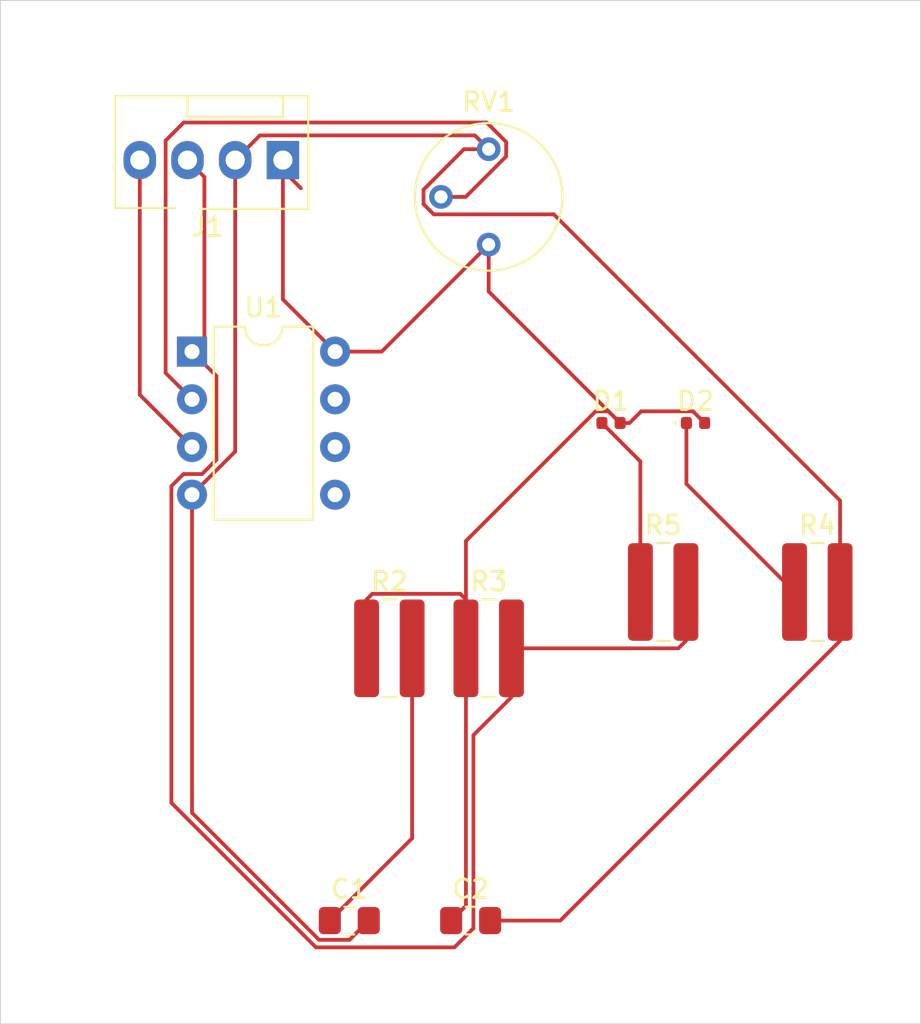
<source format=kicad_pcb>
(kicad_pcb (version 20240108) (generator "pcbnew") (generator_version "8.0")
  (layers (0 "F.Cu" signal) (31 "B.Cu" signal) (34 "B.Paste" user) (35 "F.Paste" user) (36 "B.SilkS" user "B.Silkscreen") (37 "F.SilkS" user "F.Silkscreen") (38 "B.Mask" user) (39 "F.Mask" user) (44 "Edge.Cuts" user))
  (net 0 "")
  (net 1 "Net-(C1-Pad1)")
  (net 2 "GND")
  (net 3 "VCC")
  (net 4 "Net-(D1-K)")
  (net 5 "Net-(D2-K)")
  (net 6 "Net-(J1-Pin_3)")
  (net 7 "Net-(J1-Pin_4)")
  (net 8 "Net-(U1A--)")
  (footprint "Capacitor_SMD:C_0805_2012Metric_Pad1.18x1.45mm_HandSolder" (layer "F.Cu") (at 159.5375 136.5)
    (property "Reference" "C2" (at 0 -1.68 0) (layer "F.SilkS"))
    (property "Value" "1 uF")
    (fp_line (start -0.261252 -0.735) (end 0.261252 -0.735) (stroke (width 0.12)) (layer "F.SilkS"))
    (fp_line (start -0.261252 0.735) (end 0.261252 0.735) (stroke (width 0.12)) (layer "F.SilkS"))
    (pad "1" smd roundrect (at -1.0375 0) (size 1.175 1.45) (layers "F.Cu" "F.Paste" "F.Mask") (roundrect_rratio 0.212766) (net 3 "VCC"))
    (pad "2" smd roundrect (at 1.0375 0) (size 1.175 1.45) (layers "F.Cu" "F.Paste" "F.Mask") (roundrect_rratio 0.212766) (net 2 "GND"))
  )
  (footprint "Resistor_SMD:R_1020_2550Metric_Pad1.33x5.20mm_HandSolder" (layer "F.Cu") (at 178 119)
    (property "Reference" "R4" (at 0 -3.55 0) (layer "F.SilkS"))
    (property "Value" "1")
    (fp_line (start -0.361252 -2.61) (end 0.361252 -2.61) (stroke (width 0.12)) (layer "F.SilkS"))
    (fp_line (start -0.361252 2.61) (end 0.361252 2.61) (stroke (width 0.12)) (layer "F.SilkS"))
    (pad "1" smd roundrect (at -1.2125 0) (size 1.325 5.2) (layers "F.Cu" "F.Paste" "F.Mask") (roundrect_rratio 0.188679) (net 5 "Net-(D2-K)"))
    (pad "2" smd roundrect (at 1.2125 0) (size 1.325 5.2) (layers "F.Cu" "F.Paste" "F.Mask") (roundrect_rratio 0.188679) (net 2 "GND"))
  )
  (footprint "Resistor_SMD:R_1020_2550Metric_Pad1.33x5.20mm_HandSolder" (layer "F.Cu") (at 155.21 122)
    (property "Reference" "R2" (at 0 -3.55 0) (layer "F.SilkS"))
    (property "Value" "10 K")
    (fp_line (start -0.361252 -2.61) (end 0.361252 -2.61) (stroke (width 0.12)) (layer "F.SilkS"))
    (fp_line (start -0.361252 2.61) (end 0.361252 2.61) (stroke (width 0.12)) (layer "F.SilkS"))
    (pad "1" smd roundrect (at -1.2125 0) (size 1.325 5.2) (layers "F.Cu" "F.Paste" "F.Mask") (roundrect_rratio 0.188679) (net 3 "VCC"))
    (pad "2" smd roundrect (at 1.2125 0) (size 1.325 5.2) (layers "F.Cu" "F.Paste" "F.Mask") (roundrect_rratio 0.188679) (net 1 "Net-(C1-Pad1)"))
  )
  (footprint "Package_DIP:DIP-8_W7.62mm" (layer "F.Cu") (at 144.7 106.2)
    (property "Reference" "U1" (at 3.8 -2.34 360) (layer "F.SilkS"))
    (property "Value" "LM393")
    (fp_line (start 1.16 -1.33) (end 1.16 8.95) (stroke (width 0.12)) (layer "F.SilkS"))
    (fp_line (start 1.16 8.95) (end 6.46 8.95) (stroke (width 0.12)) (layer "F.SilkS"))
    (fp_line (start 2.81 -1.33) (end 1.16 -1.33) (stroke (width 0.12)) (layer "F.SilkS"))
    (fp_line (start 6.46 -1.33) (end 4.81 -1.33) (stroke (width 0.12)) (layer "F.SilkS"))
    (fp_line (start 6.46 8.95) (end 6.46 -1.33) (stroke (width 0.12)) (layer "F.SilkS"))
    (fp_arc (start 4.81 -1.33) (mid 3.81 -0.33) (end 2.81 -1.33) (stroke (width 0.12)) (layer "F.SilkS"))
    (pad "1" thru_hole rect (at 0 0) (size 1.6 1.6) (drill 0.8) (layers "*.Cu" "*.Mask") (net 6 "Net-(J1-Pin_3)"))
    (pad "2" thru_hole oval (at 0 2.54) (size 1.6 1.6) (drill 0.8) (layers "*.Cu" "*.Mask") (net 8 "Net-(U1A--)"))
    (pad "3" thru_hole oval (at 0 5.08) (size 1.6 1.6) (drill 0.8) (layers "*.Cu" "*.Mask") (net 7 "Net-(J1-Pin_4)"))
    (pad "4" thru_hole oval (at 0 7.62) (size 1.6 1.6) (drill 0.8) (layers "*.Cu" "*.Mask") (net 2 "GND"))
    (pad "5" thru_hole oval (at 7.62 7.62) (size 1.6 1.6) (drill 0.8) (layers "*.Cu" "*.Mask"))
    (pad "6" thru_hole oval (at 7.62 5.08) (size 1.6 1.6) (drill 0.8) (layers "*.Cu" "*.Mask"))
    (pad "7" thru_hole oval (at 7.62 2.54) (size 1.6 1.6) (drill 0.8) (layers "*.Cu" "*.Mask"))
    (pad "8" thru_hole oval (at 7.62 0) (size 1.6 1.6) (drill 0.8) (layers "*.Cu" "*.Mask") (net 3 "VCC"))
  )
  (footprint "LED_SMD:LED_0402_1005Metric" (layer "F.Cu") (at 167.015 110)
    (property "Reference" "D1" (at 0 -1.17 0) (layer "F.SilkS"))
    (property "Value" "LED")
    (fp_circle (center -1.09 0) (end -1.04 0) (stroke (width 0.1)) (fill none) (layer "F.SilkS"))
    (pad "1" smd roundrect (at -0.485 0) (size 0.59 0.64) (layers "F.Cu" "F.Paste" "F.Mask") (net 4 "Net-(D1-K)"))
    (pad "2" smd roundrect (at 0.485 0) (size 0.59 0.64) (layers "F.Cu" "F.Paste" "F.Mask") (net 3 "VCC"))
  )
  (footprint "LED_SMD:LED_0402_1005Metric" (layer "F.Cu") (at 171.515 110)
    (property "Reference" "D2" (at 0 -1.17 0) (layer "F.SilkS"))
    (property "Value" "LED")
    (fp_circle (center -1.09 0) (end -1.04 0) (stroke (width 0.1)) (fill none) (layer "F.SilkS"))
    (pad "1" smd roundrect (at -0.485 0) (size 0.59 0.64) (layers "F.Cu" "F.Paste" "F.Mask") (net 5 "Net-(D2-K)"))
    (pad "2" smd roundrect (at 0.485 0) (size 0.59 0.64) (layers "F.Cu" "F.Paste" "F.Mask") (net 3 "VCC"))
  )
  (footprint "Resistor_SMD:R_1020_2550Metric_Pad1.33x5.20mm_HandSolder" (layer "F.Cu") (at 160.5 122)
    (property "Reference" "R3" (at 0 -3.55 0) (layer "F.SilkS"))
    (property "Value" "10 K")
    (fp_line (start -0.361252 -2.61) (end 0.361252 -2.61) (stroke (width 0.12)) (layer "F.SilkS"))
    (fp_line (start -0.361252 2.61) (end 0.361252 2.61) (stroke (width 0.12)) (layer "F.SilkS"))
    (pad "1" smd roundrect (at -1.2125 0) (size 1.325 5.2) (layers "F.Cu" "F.Paste" "F.Mask") (roundrect_rratio 0.188679) (net 3 "VCC"))
    (pad "2" smd roundrect (at 1.2125 0) (size 1.325 5.2) (layers "F.Cu" "F.Paste" "F.Mask") (roundrect_rratio 0.188679) (net 6 "Net-(J1-Pin_3)"))
  )
  (footprint "Connector:FanPinHeader_1x04_P2.54mm_Vertical" (layer "F.Cu") (at 149.54 96 180)
    (property "Reference" "J1" (at 4 -3.55 180) (layer "F.SilkS"))
    (property "Value" "Conn_01x04")
    (fp_line (start 8.95 3.4) (end -1.35 3.4) (stroke (width 0.12)) (layer "F.SilkS"))
    (fp_line (start 8.95 -2.55) (end 8.95 3.4) (stroke (width 0.12)) (layer "F.SilkS"))
    (fp_line (start 5.75 -2.55) (end 8.95 -2.55) (stroke (width 0.12)) (layer "F.SilkS"))
    (fp_line (start 5.08 2.29) (end 5.08 3.3) (stroke (width 0.12)) (layer "F.SilkS"))
    (fp_line (start 0 3.3) (end 0 2.29) (stroke (width 0.12)) (layer "F.SilkS"))
    (fp_line (start 0 2.29) (end 5.08 2.29) (stroke (width 0.12)) (layer "F.SilkS"))
    (fp_line (start -1.35 3.4) (end -1.35 -2.6) (stroke (width 0.12)) (layer "F.SilkS"))
    (fp_line (start -1.35 -2.6) (end 4.4 -2.6) (stroke (width 0.12)) (layer "F.SilkS"))
    (pad "" np_thru_hole circle (at 5.08 -2.16 270) (size 1.1 1.1) (drill 1.1) (layers "*.Cu" "*.Mask"))
    (pad "1" thru_hole rect (at 0 0 270) (size 2.03 1.73) (drill 1.02) (layers "*.Cu" "*.Mask") (net 3 "VCC"))
    (pad "2" thru_hole oval (at 2.54 0 270) (size 2.03 1.73) (drill 1.02) (layers "*.Cu" "*.Mask") (net 2 "GND"))
    (pad "3" thru_hole oval (at 5.08 0 270) (size 2.03 1.73) (drill 1.02) (layers "*.Cu" "*.Mask") (net 6 "Net-(J1-Pin_3)"))
    (pad "4" thru_hole oval (at 7.62 0 270) (size 2.03 1.73) (drill 1.02) (layers "*.Cu" "*.Mask") (net 7 "Net-(J1-Pin_4)"))
  )
  (footprint "Resistor_SMD:R_1020_2550Metric_Pad1.33x5.20mm_HandSolder" (layer "F.Cu") (at 169.79 119)
    (property "Reference" "R5" (at 0 -3.55 0) (layer "F.SilkS"))
    (property "Value" "1")
    (fp_line (start -0.361252 -2.61) (end 0.361252 -2.61) (stroke (width 0.12)) (layer "F.SilkS"))
    (fp_line (start -0.361252 2.61) (end 0.361252 2.61) (stroke (width 0.12)) (layer "F.SilkS"))
    (pad "1" smd roundrect (at -1.2125 0) (size 1.325 5.2) (layers "F.Cu" "F.Paste" "F.Mask") (roundrect_rratio 0.188679) (net 4 "Net-(D1-K)"))
    (pad "2" smd roundrect (at 1.2125 0) (size 1.325 5.2) (layers "F.Cu" "F.Paste" "F.Mask") (roundrect_rratio 0.188679) (net 6 "Net-(J1-Pin_3)"))
  )
  (footprint "Potentiometer_THT:Potentiometer_Bourns_3339P_Vertical" (layer "F.Cu") (at 160.5 100.5)
    (property "Reference" "RV1" (at 0 -7.6 0) (layer "F.SilkS"))
    (property "Value" "Pot 10 k")
    (fp_circle (center 0 -2.54) (end 3.93 -2.54) (stroke (width 0.12)) (fill none) (layer "F.SilkS"))
    (pad "1" thru_hole circle (at 0 0) (size 1.26 1.26) (drill 0.7) (layers "*.Cu" "*.Mask") (net 3 "VCC"))
    (pad "2" thru_hole circle (at -2.54 -2.54) (size 1.26 1.26) (drill 0.7) (layers "*.Cu" "*.Mask") (net 8 "Net-(U1A--)"))
    (pad "3" thru_hole circle (at 0 -5.08) (size 1.26 1.26) (drill 0.7) (layers "*.Cu" "*.Mask") (net 2 "GND"))
  )
  (footprint "Capacitor_SMD:C_0805_2012Metric_Pad1.18x1.45mm_HandSolder" (layer "F.Cu") (at 153.075 136.5)
    (property "Reference" "C1" (at 0 -1.68 0) (layer "F.SilkS"))
    (property "Value" "1 uF")
    (fp_line (start -0.261252 -0.735) (end 0.261252 -0.735) (stroke (width 0.12)) (layer "F.SilkS"))
    (fp_line (start -0.261252 0.735) (end 0.261252 0.735) (stroke (width 0.12)) (layer "F.SilkS"))
    (pad "1" smd roundrect (at -1.0375 0) (size 1.175 1.45) (layers "F.Cu" "F.Paste" "F.Mask") (roundrect_rratio 0.212766) (net 1 "Net-(C1-Pad1)"))
    (pad "2" smd roundrect (at 1.0375 0) (size 1.175 1.45) (layers "F.Cu" "F.Paste" "F.Mask") (roundrect_rratio 0.212766) (net 2 "GND"))
  )
  (gr_rect (start 134.5 87.5) (end 183.5 142) (stroke (width 0.05)) (fill none) (layer "Edge.Cuts"))
  (segment (start 156.4225 132.115) (end 152.0375 136.5) (width 0.2) (layer "F.Cu") (net 1))
  (segment (start 156.4225 122) (end 156.4225 132.115) (width 0.2) (layer "F.Cu") (net 1))
  (segment (start 157.574781 98.89) (end 157.03 98.345219) (width 0.2) (layer "F.Cu") (net 2))
  (segment (start 151.465256 137.525) (end 153.0875 137.525) (width 0.2) (layer "F.Cu") (net 2))
  (segment (start 164.3125 136.5) (end 179.2125 121.6) (width 0.2) (layer "F.Cu") (net 2))
  (segment (start 159.765 94.685) (end 148.315 94.685) (width 0.2) (layer "F.Cu") (net 2))
  (segment (start 144.7 113.82) (end 144.7 130.759744) (width 0.2) (layer "F.Cu") (net 2))
  (segment (start 160.575 136.5) (end 164.3125 136.5) (width 0.2) (layer "F.Cu") (net 2))
  (segment (start 159.184781 95.42) (end 160.5 95.42) (width 0.2) (layer "F.Cu") (net 2))
  (segment (start 160.5 95.42) (end 159.765 94.685) (width 0.2) (layer "F.Cu") (net 2))
  (segment (start 147 111.52) (end 144.7 113.82) (width 0.2) (layer "F.Cu") (net 2))
  (segment (start 163.97 98.89) (end 157.574781 98.89) (width 0.2) (layer "F.Cu") (net 2))
  (segment (start 147 96) (end 147 111.52) (width 0.2) (layer "F.Cu") (net 2))
  (segment (start 148.315 94.685) (end 147 96) (width 0.2) (layer "F.Cu") (net 2))
  (segment (start 157.03 98.345219) (end 157.03 97.574781) (width 0.2) (layer "F.Cu") (net 2))
  (segment (start 153.0875 137.525) (end 154.1125 136.5) (width 0.2) (layer "F.Cu") (net 2))
  (segment (start 179.2125 121.6) (end 179.2125 119) (width 0.2) (layer "F.Cu") (net 2))
  (segment (start 157.03 97.574781) (end 159.184781 95.42) (width 0.2) (layer "F.Cu") (net 2))
  (segment (start 179.2125 114.1325) (end 163.97 98.89) (width 0.2) (layer "F.Cu") (net 2))
  (segment (start 179.2125 119) (end 179.2125 114.1325) (width 0.2) (layer "F.Cu") (net 2))
  (segment (start 144.7 130.759744) (end 151.465256 137.525) (width 0.2) (layer "F.Cu") (net 2))
  (segment (start 154.2975 119.1) (end 158.9875 119.1) (width 0.2) (layer "F.Cu") (net 3))
  (segment (start 168.62 109.38) (end 171.38 109.38) (width 0.2) (layer "F.Cu") (net 3))
  (segment (start 149.54 103.42) (end 152.32 106.2) (width 0.2) (layer "F.Cu") (net 3))
  (segment (start 152.32 106.2) (end 154.8 106.2) (width 0.2) (layer "F.Cu") (net 3))
  (segment (start 149.54 96.54) (end 150.5 97.5) (width 0.2) (layer "F.Cu") (net 3))
  (segment (start 168 110) (end 168.62 109.38) (width 0.2) (layer "F.Cu") (net 3))
  (segment (start 159.2875 135.7125) (end 158.5 136.5) (width 0.2) (layer "F.Cu") (net 3))
  (segment (start 153.9975 122) (end 153.9975 119.4) (width 0.2) (layer "F.Cu") (net 3))
  (segment (start 166.88 109.38) (end 166.193052 109.38) (width 0.2) (layer "F.Cu") (net 3))
  (segment (start 159.2875 122) (end 159.2875 135.7125) (width 0.2) (layer "F.Cu") (net 3))
  (segment (start 171.38 109.38) (end 172 110) (width 0.2) (layer "F.Cu") (net 3))
  (segment (start 167.5 110) (end 166.88 109.38) (width 0.2) (layer "F.Cu") (net 3))
  (segment (start 167.5 110) (end 168 110) (width 0.2) (layer "F.Cu") (net 3))
  (segment (start 160.5 100.5) (end 160.5 103) (width 0.2) (layer "F.Cu") (net 3))
  (segment (start 159.2875 119.4) (end 159.2875 122) (width 0.2) (layer "F.Cu") (net 3))
  (segment (start 154.8 106.2) (end 160.5 100.5) (width 0.2) (layer "F.Cu") (net 3))
  (segment (start 166.193052 109.38) (end 159.2875 116.285552) (width 0.2) (layer "F.Cu") (net 3))
  (segment (start 160.5 103) (end 167.5 110) (width 0.2) (layer "F.Cu") (net 3))
  (segment (start 149.54 96) (end 149.54 96.54) (width 0.2) (layer "F.Cu") (net 3))
  (segment (start 153.9975 119.4) (end 154.2975 119.1) (width 0.2) (layer "F.Cu") (net 3))
  (segment (start 158.9875 119.1) (end 159.2875 119.4) (width 0.2) (layer "F.Cu") (net 3))
  (segment (start 149.54 96) (end 149.54 103.42) (width 0.2) (layer "F.Cu") (net 3))
  (segment (start 159.2875 116.285552) (end 159.2875 122) (width 0.2) (layer "F.Cu") (net 3))
  (segment (start 168.5775 112.0475) (end 166.53 110) (width 0.2) (layer "F.Cu") (net 4))
  (segment (start 168.5775 119) (end 168.5775 112.0475) (width 0.2) (layer "F.Cu") (net 4))
  (segment (start 171.03 113.2425) (end 176.7875 119) (width 0.2) (layer "F.Cu") (net 5))
  (segment (start 171.03 110) (end 171.03 113.2425) (width 0.2) (layer "F.Cu") (net 5))
  (segment (start 145.36 105.54) (end 145.36 96.9) (width 0.2) (layer "F.Cu") (net 6))
  (segment (start 144.7 106.2) (end 145.36 105.54) (width 0.2) (layer "F.Cu") (net 6))
  (segment (start 170.6025 122) (end 161.7125 122) (width 0.2) (layer "F.Cu") (net 6))
  (segment (start 143.6 130.225429) (end 143.6 113.364365) (width 0.2) (layer "F.Cu") (net 6))
  (segment (start 143.6 113.364365) (end 144.244365 112.72) (width 0.2) (layer "F.Cu") (net 6))
  (segment (start 146 111.954314) (end 146 107.5) (width 0.2) (layer "F.Cu") (net 6))
  (segment (start 171.0025 119) (end 171.0025 121.6) (width 0.2) (layer "F.Cu") (net 6))
  (segment (start 171.0025 121.6) (end 170.6025 122) (width 0.2) (layer "F.Cu") (net 6))
  (segment (start 159.6875 126.625) (end 159.6875 136.909744) (width 0.2) (layer "F.Cu") (net 6))
  (segment (start 159.6875 136.909744) (end 158.672244 137.925) (width 0.2) (layer "F.Cu") (net 6))
  (segment (start 158.672244 137.925) (end 151.299571 137.925) (width 0.2) (layer "F.Cu") (net 6))
  (segment (start 146 107.5) (end 144.7 106.2) (width 0.2) (layer "F.Cu") (net 6))
  (segment (start 145.36 96.9) (end 144.46 96) (width 0.2) (layer "F.Cu") (net 6))
  (segment (start 145.234314 112.72) (end 146 111.954314) (width 0.2) (layer "F.Cu") (net 6))
  (segment (start 144.244365 112.72) (end 145.234314 112.72) (width 0.2) (layer "F.Cu") (net 6))
  (segment (start 161.7125 122) (end 161.7125 124.6) (width 0.2) (layer "F.Cu") (net 6))
  (segment (start 151.299571 137.925) (end 143.6 130.225429) (width 0.2) (layer "F.Cu") (net 6))
  (segment (start 161.7125 124.6) (end 159.6875 126.625) (width 0.2) (layer "F.Cu") (net 6))
  (segment (start 141.92 96) (end 141.92 108.5) (width 0.2) (layer "F.Cu") (net 7))
  (segment (start 141.92 108.5) (end 144.7 111.28) (width 0.2) (layer "F.Cu") (net 7))
  (segment (start 161.43 95.034781) (end 160.395219 94) (width 0.2) (layer "F.Cu") (net 8))
  (segment (start 143.295 107.335) (end 144.7 108.74) (width 0.2) (layer "F.Cu") (net 8))
  (segment (start 161.43 95.805219) (end 161.43 95.034781) (width 0.2) (layer "F.Cu") (net 8))
  (segment (start 143.295 94.962559) (end 143.295 107.335) (width 0.2) (layer "F.Cu") (net 8))
  (segment (start 160.395219 94) (end 144.257559 94) (width 0.2) (layer "F.Cu") (net 8))
  (segment (start 157.96 97.96) (end 159.275219 97.96) (width 0.2) (layer "F.Cu") (net 8))
  (segment (start 144.257559 94) (end 143.295 94.962559) (width 0.2) (layer "F.Cu") (net 8))
  (segment (start 159.275219 97.96) (end 161.43 95.805219) (width 0.2) (layer "F.Cu") (net 8))
)
</source>
